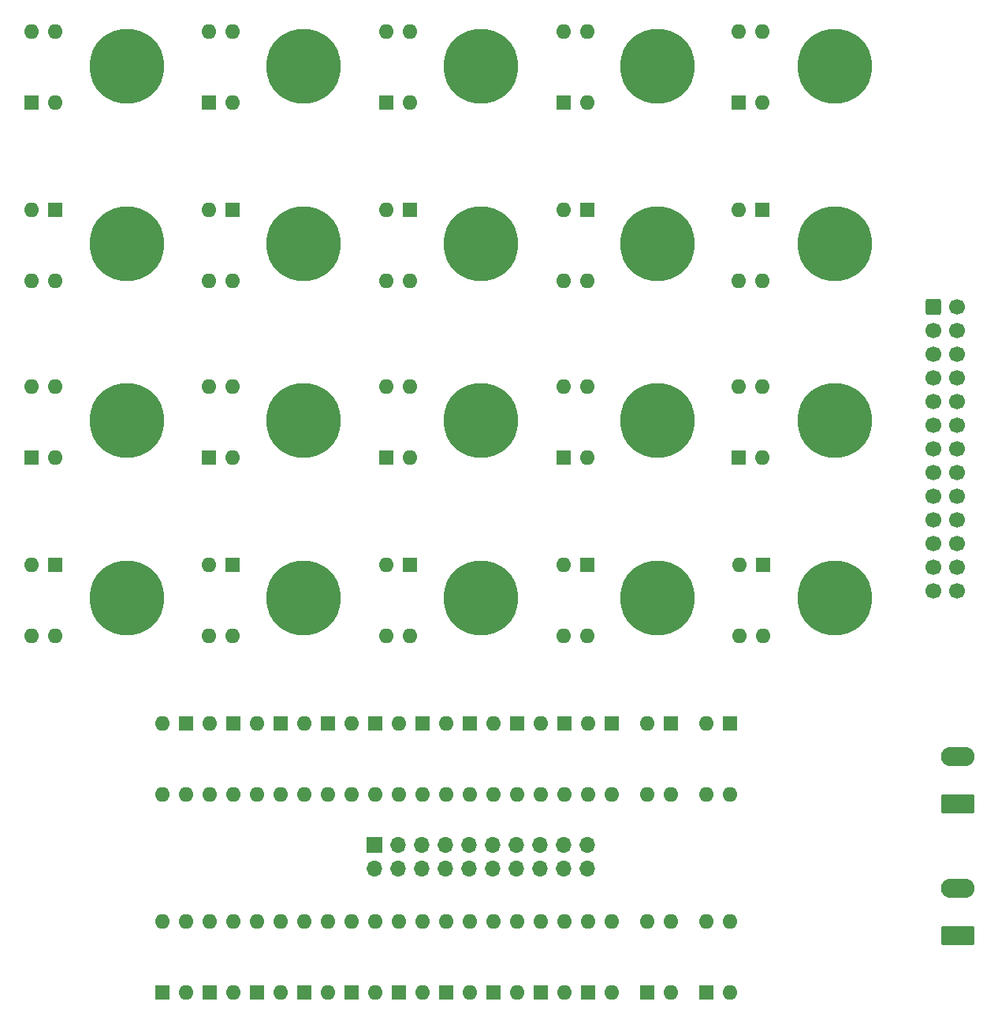
<source format=gbr>
%TF.GenerationSoftware,KiCad,Pcbnew,7.0.2-0*%
%TF.CreationDate,2023-06-06T22:37:24+02:00*%
%TF.ProjectId,scan2000_breakout,7363616e-3230-4303-905f-627265616b6f,rev?*%
%TF.SameCoordinates,Original*%
%TF.FileFunction,Soldermask,Bot*%
%TF.FilePolarity,Negative*%
%FSLAX46Y46*%
G04 Gerber Fmt 4.6, Leading zero omitted, Abs format (unit mm)*
G04 Created by KiCad (PCBNEW 7.0.2-0) date 2023-06-06 22:37:24*
%MOMM*%
%LPD*%
G01*
G04 APERTURE LIST*
G04 Aperture macros list*
%AMRoundRect*
0 Rectangle with rounded corners*
0 $1 Rounding radius*
0 $2 $3 $4 $5 $6 $7 $8 $9 X,Y pos of 4 corners*
0 Add a 4 corners polygon primitive as box body*
4,1,4,$2,$3,$4,$5,$6,$7,$8,$9,$2,$3,0*
0 Add four circle primitives for the rounded corners*
1,1,$1+$1,$2,$3*
1,1,$1+$1,$4,$5*
1,1,$1+$1,$6,$7*
1,1,$1+$1,$8,$9*
0 Add four rect primitives between the rounded corners*
20,1,$1+$1,$2,$3,$4,$5,0*
20,1,$1+$1,$4,$5,$6,$7,0*
20,1,$1+$1,$6,$7,$8,$9,0*
20,1,$1+$1,$8,$9,$2,$3,0*%
G04 Aperture macros list end*
%ADD10C,1.524000*%
%ADD11C,8.000000*%
%ADD12R,1.600000X1.600000*%
%ADD13O,1.600000X1.600000*%
%ADD14RoundRect,0.249999X1.550001X-0.790001X1.550001X0.790001X-1.550001X0.790001X-1.550001X-0.790001X0*%
%ADD15O,3.600000X2.080000*%
%ADD16RoundRect,0.250000X-0.600000X-0.600000X0.600000X-0.600000X0.600000X0.600000X-0.600000X0.600000X0*%
%ADD17C,1.700000*%
%ADD18R,1.700000X1.700000*%
%ADD19O,1.700000X1.700000*%
G04 APERTURE END LIST*
D10*
%TO.C,J10*%
X129800000Y-57000000D03*
X133000000Y-53800000D03*
D11*
X133000000Y-57000000D03*
D10*
X133000000Y-60200000D03*
X136200000Y-57000000D03*
%TD*%
D12*
%TO.C,U3*%
X46725000Y-41900000D03*
D13*
X49265000Y-41900000D03*
X49265000Y-34280000D03*
X46725000Y-34280000D03*
%TD*%
D10*
%TO.C,J9*%
X129800000Y-38000000D03*
X133000000Y-34800000D03*
D11*
X133000000Y-38000000D03*
D10*
X133000000Y-41200000D03*
X136200000Y-38000000D03*
%TD*%
D14*
%TO.C,J23*%
X146212500Y-131310000D03*
D15*
X146212500Y-126230000D03*
%TD*%
D12*
%TO.C,U1*%
X112901000Y-137340000D03*
D13*
X115441000Y-137340000D03*
X115441000Y-129720000D03*
X112901000Y-129720000D03*
%TD*%
D12*
%TO.C,U8*%
X87381000Y-53350000D03*
D13*
X84841000Y-53350000D03*
X84841000Y-60970000D03*
X87381000Y-60970000D03*
%TD*%
D10*
%TO.C,J12*%
X53800000Y-95000000D03*
X57000000Y-91800000D03*
D11*
X57000000Y-95000000D03*
D10*
X57000000Y-98200000D03*
X60200000Y-95000000D03*
%TD*%
D14*
%TO.C,J24*%
X146212500Y-117100000D03*
D15*
X146212500Y-112020000D03*
%TD*%
D10*
%TO.C,J13*%
X72800000Y-76000000D03*
X76000000Y-72800000D03*
D11*
X76000000Y-76000000D03*
D10*
X76000000Y-79200000D03*
X79200000Y-76000000D03*
%TD*%
D12*
%TO.C,U22*%
X106505200Y-137340000D03*
D13*
X109045200Y-137340000D03*
X109045200Y-129720000D03*
X106505200Y-129720000D03*
%TD*%
D10*
%TO.C,J7*%
X110800000Y-38000000D03*
X114000000Y-34800000D03*
D11*
X114000000Y-38000000D03*
D10*
X114000000Y-41200000D03*
X117200000Y-38000000D03*
%TD*%
D12*
%TO.C,U35*%
X63325200Y-108514800D03*
D13*
X60785200Y-108514800D03*
X60785200Y-116134800D03*
X63325200Y-116134800D03*
%TD*%
D12*
%TO.C,U29*%
X84831000Y-80000000D03*
D13*
X87371000Y-80000000D03*
X87371000Y-72380000D03*
X84831000Y-72380000D03*
%TD*%
D12*
%TO.C,U9*%
X103881000Y-41900000D03*
D13*
X106421000Y-41900000D03*
X106421000Y-34280000D03*
X103881000Y-34280000D03*
%TD*%
D12*
%TO.C,U42*%
X98885200Y-108514800D03*
D13*
X96345200Y-108514800D03*
X96345200Y-116134800D03*
X98885200Y-116134800D03*
%TD*%
D12*
%TO.C,U31*%
X103881000Y-80000000D03*
D13*
X106421000Y-80000000D03*
X106421000Y-72380000D03*
X103881000Y-72380000D03*
%TD*%
D12*
%TO.C,U17*%
X81105200Y-137340000D03*
D13*
X83645200Y-137340000D03*
X83645200Y-129720000D03*
X81105200Y-129720000D03*
%TD*%
D12*
%TO.C,U44*%
X109045200Y-108514800D03*
D13*
X106505200Y-108514800D03*
X106505200Y-116134800D03*
X109045200Y-116134800D03*
%TD*%
D12*
%TO.C,U38*%
X78565200Y-108514800D03*
D13*
X76025200Y-108514800D03*
X76025200Y-116134800D03*
X78565200Y-116134800D03*
%TD*%
D10*
%TO.C,J1*%
X53800000Y-38000000D03*
X57000000Y-34800000D03*
D11*
X57000000Y-38000000D03*
D10*
X57000000Y-41200000D03*
X60200000Y-38000000D03*
%TD*%
%TO.C,J6*%
X91800000Y-57000000D03*
X95000000Y-53800000D03*
D11*
X95000000Y-57000000D03*
D10*
X95000000Y-60200000D03*
X98200000Y-57000000D03*
%TD*%
D12*
%TO.C,U41*%
X93805200Y-108514800D03*
D13*
X91265200Y-108514800D03*
X91265200Y-116134800D03*
X93805200Y-116134800D03*
%TD*%
D12*
%TO.C,U43*%
X103965200Y-108514800D03*
D13*
X101425200Y-108514800D03*
X101425200Y-116134800D03*
X103965200Y-116134800D03*
%TD*%
D12*
%TO.C,U40*%
X88725200Y-108514800D03*
D13*
X86185200Y-108514800D03*
X86185200Y-116134800D03*
X88725200Y-116134800D03*
%TD*%
D10*
%TO.C,J11*%
X53800000Y-76000000D03*
X57000000Y-72800000D03*
D11*
X57000000Y-76000000D03*
D10*
X57000000Y-79200000D03*
X60200000Y-76000000D03*
%TD*%
D12*
%TO.C,U6*%
X68331000Y-53350000D03*
D13*
X65791000Y-53350000D03*
X65791000Y-60970000D03*
X68331000Y-60970000D03*
%TD*%
D10*
%TO.C,J18*%
X110800000Y-95000000D03*
X114000000Y-91800000D03*
D11*
X114000000Y-95000000D03*
D10*
X114000000Y-98200000D03*
X117200000Y-95000000D03*
%TD*%
D12*
%TO.C,U11*%
X122677000Y-41900000D03*
D13*
X125217000Y-41900000D03*
X125217000Y-34280000D03*
X122677000Y-34280000D03*
%TD*%
D12*
%TO.C,U7*%
X84831000Y-41900000D03*
D13*
X87371000Y-41900000D03*
X87371000Y-34280000D03*
X84831000Y-34280000D03*
%TD*%
D12*
%TO.C,U27*%
X65781000Y-80000000D03*
D13*
X68321000Y-80000000D03*
X68321000Y-72380000D03*
X65781000Y-72380000D03*
%TD*%
D12*
%TO.C,U18*%
X86185200Y-137340000D03*
D13*
X88725200Y-137340000D03*
X88725200Y-129720000D03*
X86185200Y-129720000D03*
%TD*%
D10*
%TO.C,J15*%
X91800000Y-76000000D03*
X95000000Y-72800000D03*
D11*
X95000000Y-76000000D03*
D10*
X95000000Y-79200000D03*
X98200000Y-76000000D03*
%TD*%
D12*
%TO.C,U25*%
X46725000Y-80000000D03*
D13*
X49265000Y-80000000D03*
X49265000Y-72380000D03*
X46725000Y-72380000D03*
%TD*%
D12*
%TO.C,U26*%
X49275000Y-91450000D03*
D13*
X46735000Y-91450000D03*
X46735000Y-99070000D03*
X49275000Y-99070000D03*
%TD*%
D12*
%TO.C,U12*%
X125227000Y-53350000D03*
D13*
X122687000Y-53350000D03*
X122687000Y-60970000D03*
X125227000Y-60970000D03*
%TD*%
D10*
%TO.C,J2*%
X53800000Y-57000000D03*
X57000000Y-53800000D03*
D11*
X57000000Y-57000000D03*
D10*
X57000000Y-60200000D03*
X60200000Y-57000000D03*
%TD*%
D16*
%TO.C,J21*%
X143622415Y-63760000D03*
D17*
X146162415Y-63760000D03*
X143622415Y-66300000D03*
X146162415Y-66300000D03*
X143622415Y-68840000D03*
X146162415Y-68840000D03*
X143622415Y-71380000D03*
X146162415Y-71380000D03*
X143622415Y-73920000D03*
X146162415Y-73920000D03*
X143622415Y-76460000D03*
X146162415Y-76460000D03*
X143622415Y-79000000D03*
X146162415Y-79000000D03*
X143622415Y-81540000D03*
X146162415Y-81540000D03*
X143622415Y-84080000D03*
X146162415Y-84080000D03*
X143622415Y-86620000D03*
X146162415Y-86620000D03*
X143622415Y-89160000D03*
X146162415Y-89160000D03*
X143622415Y-91700000D03*
X146162415Y-91700000D03*
X143622415Y-94240000D03*
X146162415Y-94240000D03*
%TD*%
D12*
%TO.C,U5*%
X65781000Y-41900000D03*
D13*
X68321000Y-41900000D03*
X68321000Y-34280000D03*
X65781000Y-34280000D03*
%TD*%
D12*
%TO.C,U33*%
X122677000Y-80000000D03*
D13*
X125217000Y-80000000D03*
X125217000Y-72380000D03*
X122677000Y-72380000D03*
%TD*%
D12*
%TO.C,U28*%
X68331000Y-91450000D03*
D13*
X65791000Y-91450000D03*
X65791000Y-99070000D03*
X68331000Y-99070000D03*
%TD*%
D12*
%TO.C,U21*%
X101425200Y-137340000D03*
D13*
X103965200Y-137340000D03*
X103965200Y-129720000D03*
X101425200Y-129720000D03*
%TD*%
D12*
%TO.C,U10*%
X106431000Y-53350000D03*
D13*
X103891000Y-53350000D03*
X103891000Y-60970000D03*
X106431000Y-60970000D03*
%TD*%
D12*
%TO.C,U13*%
X60785200Y-137340000D03*
D13*
X63325200Y-137340000D03*
X63325200Y-129720000D03*
X60785200Y-129720000D03*
%TD*%
D12*
%TO.C,U39*%
X83645200Y-108514800D03*
D13*
X81105200Y-108514800D03*
X81105200Y-116134800D03*
X83645200Y-116134800D03*
%TD*%
D12*
%TO.C,U16*%
X76025200Y-137340000D03*
D13*
X78565200Y-137340000D03*
X78565200Y-129720000D03*
X76025200Y-129720000D03*
%TD*%
D12*
%TO.C,U34*%
X125354000Y-91450000D03*
D13*
X122814000Y-91450000D03*
X122814000Y-99070000D03*
X125354000Y-99070000D03*
%TD*%
D12*
%TO.C,U4*%
X49275000Y-53350000D03*
D13*
X46735000Y-53350000D03*
X46735000Y-60970000D03*
X49275000Y-60970000D03*
%TD*%
D10*
%TO.C,J3*%
X72800000Y-38000000D03*
X76000000Y-34800000D03*
D11*
X76000000Y-38000000D03*
D10*
X76000000Y-41200000D03*
X79200000Y-38000000D03*
%TD*%
D12*
%TO.C,U36*%
X68405200Y-108514800D03*
D13*
X65865200Y-108514800D03*
X65865200Y-116134800D03*
X68405200Y-116134800D03*
%TD*%
D12*
%TO.C,U24*%
X121796000Y-108514800D03*
D13*
X119256000Y-108514800D03*
X119256000Y-116134800D03*
X121796000Y-116134800D03*
%TD*%
D10*
%TO.C,J5*%
X91800000Y-38000000D03*
X95000000Y-34800000D03*
D11*
X95000000Y-38000000D03*
D10*
X95000000Y-41200000D03*
X98200000Y-38000000D03*
%TD*%
D12*
%TO.C,U32*%
X106431000Y-91450000D03*
D13*
X103891000Y-91450000D03*
X103891000Y-99070000D03*
X106431000Y-99070000D03*
%TD*%
D10*
%TO.C,J17*%
X110800000Y-76000000D03*
X114000000Y-72800000D03*
D11*
X114000000Y-76000000D03*
D10*
X114000000Y-79200000D03*
X117200000Y-76000000D03*
%TD*%
%TO.C,J20*%
X129800000Y-95000000D03*
X133000000Y-91800000D03*
D11*
X133000000Y-95000000D03*
D10*
X133000000Y-98200000D03*
X136200000Y-95000000D03*
%TD*%
D12*
%TO.C,U19*%
X91265200Y-137340000D03*
D13*
X93805200Y-137340000D03*
X93805200Y-129720000D03*
X91265200Y-129720000D03*
%TD*%
D10*
%TO.C,J19*%
X129800000Y-76000000D03*
X133000000Y-72800000D03*
D11*
X133000000Y-76000000D03*
D10*
X133000000Y-79200000D03*
X136200000Y-76000000D03*
%TD*%
%TO.C,J8*%
X110800000Y-57000000D03*
X114000000Y-53800000D03*
D11*
X114000000Y-57000000D03*
D10*
X114000000Y-60200000D03*
X117200000Y-57000000D03*
%TD*%
%TO.C,J14*%
X72800000Y-95000000D03*
X76000000Y-91800000D03*
D11*
X76000000Y-95000000D03*
D10*
X76000000Y-98200000D03*
X79200000Y-95000000D03*
%TD*%
D12*
%TO.C,U14*%
X65865200Y-137340000D03*
D13*
X68405200Y-137340000D03*
X68405200Y-129720000D03*
X65865200Y-129720000D03*
%TD*%
D12*
%TO.C,U2*%
X119251000Y-137340000D03*
D13*
X121791000Y-137340000D03*
X121791000Y-129720000D03*
X119251000Y-129720000D03*
%TD*%
D12*
%TO.C,U15*%
X70945200Y-137340000D03*
D13*
X73485200Y-137340000D03*
X73485200Y-129720000D03*
X70945200Y-129720000D03*
%TD*%
D10*
%TO.C,J4*%
X72800000Y-57000000D03*
X76000000Y-53800000D03*
D11*
X76000000Y-57000000D03*
D10*
X76000000Y-60200000D03*
X79200000Y-57000000D03*
%TD*%
D18*
%TO.C,J22*%
X83573600Y-121550400D03*
D19*
X83573600Y-124090400D03*
X86113600Y-121550400D03*
X86113600Y-124090400D03*
X88653600Y-121550400D03*
X88653600Y-124090400D03*
X91193600Y-121550400D03*
X91193600Y-124090400D03*
X93733600Y-121550400D03*
X93733600Y-124090400D03*
X96273600Y-121550400D03*
X96273600Y-124090400D03*
X98813600Y-121550400D03*
X98813600Y-124090400D03*
X101353600Y-121550400D03*
X101353600Y-124090400D03*
X103893600Y-121550400D03*
X103893600Y-124090400D03*
X106433600Y-121550400D03*
X106433600Y-124090400D03*
%TD*%
D12*
%TO.C,U37*%
X73485200Y-108514800D03*
D13*
X70945200Y-108514800D03*
X70945200Y-116134800D03*
X73485200Y-116134800D03*
%TD*%
D12*
%TO.C,U20*%
X96345200Y-137340000D03*
D13*
X98885200Y-137340000D03*
X98885200Y-129720000D03*
X96345200Y-129720000D03*
%TD*%
D12*
%TO.C,U23*%
X115446000Y-108514800D03*
D13*
X112906000Y-108514800D03*
X112906000Y-116134800D03*
X115446000Y-116134800D03*
%TD*%
D10*
%TO.C,J16*%
X91800000Y-95000000D03*
X95000000Y-91800000D03*
D11*
X95000000Y-95000000D03*
D10*
X95000000Y-98200000D03*
X98200000Y-95000000D03*
%TD*%
D12*
%TO.C,U30*%
X87381000Y-91450000D03*
D13*
X84841000Y-91450000D03*
X84841000Y-99070000D03*
X87381000Y-99070000D03*
%TD*%
M02*

</source>
